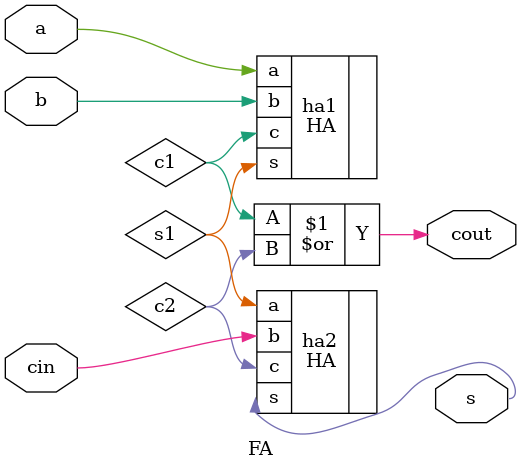
<source format=v>
`timescale 1ns / 1ps



// MODULE FOR FULL ADDER

module FA(input a,b,cin, output s,cout);
  // DECLARING WIRES
  wire s1,c1,c2;
  // INSTANTIATION OF HALF ADDER MODULE BY PORT NAME
  HA ha1(.a(a),.b(b),.c(c1),.s(s1));
  HA ha2(.a(s1),.b(cin),.c(c2),.s(s));or (cout,c1,c2);
endmodule

</source>
